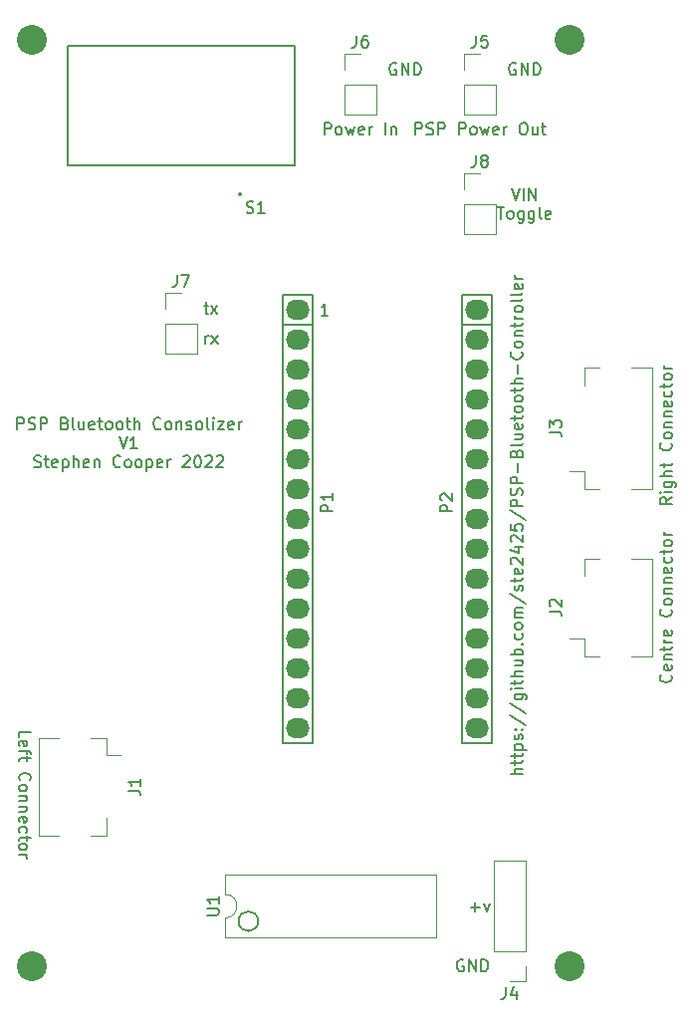
<source format=gbr>
%TF.GenerationSoftware,KiCad,Pcbnew,(6.0.1)*%
%TF.CreationDate,2022-06-06T15:56:05+01:00*%
%TF.ProjectId,psp-bluetooth,7073702d-626c-4756-9574-6f6f74682e6b,rev?*%
%TF.SameCoordinates,Original*%
%TF.FileFunction,Legend,Top*%
%TF.FilePolarity,Positive*%
%FSLAX46Y46*%
G04 Gerber Fmt 4.6, Leading zero omitted, Abs format (unit mm)*
G04 Created by KiCad (PCBNEW (6.0.1)) date 2022-06-06 15:56:05*
%MOMM*%
%LPD*%
G01*
G04 APERTURE LIST*
%ADD10C,0.150000*%
%ADD11C,0.127000*%
%ADD12C,0.200000*%
%ADD13C,0.120000*%
%ADD14O,2.032000X1.727200*%
%ADD15C,2.540000*%
G04 APERTURE END LIST*
D10*
X136091809Y-123190000D02*
G75*
G03*
X136091809Y-123190000I-836809J0D01*
G01*
X141732380Y-56332380D02*
X141732380Y-55332380D01*
X142113333Y-55332380D01*
X142208571Y-55380000D01*
X142256190Y-55427619D01*
X142303809Y-55522857D01*
X142303809Y-55665714D01*
X142256190Y-55760952D01*
X142208571Y-55808571D01*
X142113333Y-55856190D01*
X141732380Y-55856190D01*
X142875238Y-56332380D02*
X142780000Y-56284761D01*
X142732380Y-56237142D01*
X142684761Y-56141904D01*
X142684761Y-55856190D01*
X142732380Y-55760952D01*
X142780000Y-55713333D01*
X142875238Y-55665714D01*
X143018095Y-55665714D01*
X143113333Y-55713333D01*
X143160952Y-55760952D01*
X143208571Y-55856190D01*
X143208571Y-56141904D01*
X143160952Y-56237142D01*
X143113333Y-56284761D01*
X143018095Y-56332380D01*
X142875238Y-56332380D01*
X143541904Y-55665714D02*
X143732380Y-56332380D01*
X143922857Y-55856190D01*
X144113333Y-56332380D01*
X144303809Y-55665714D01*
X145065714Y-56284761D02*
X144970476Y-56332380D01*
X144780000Y-56332380D01*
X144684761Y-56284761D01*
X144637142Y-56189523D01*
X144637142Y-55808571D01*
X144684761Y-55713333D01*
X144780000Y-55665714D01*
X144970476Y-55665714D01*
X145065714Y-55713333D01*
X145113333Y-55808571D01*
X145113333Y-55903809D01*
X144637142Y-55999047D01*
X145541904Y-56332380D02*
X145541904Y-55665714D01*
X145541904Y-55856190D02*
X145589523Y-55760952D01*
X145637142Y-55713333D01*
X145732380Y-55665714D01*
X145827619Y-55665714D01*
X146922857Y-56332380D02*
X146922857Y-55332380D01*
X147399047Y-55665714D02*
X147399047Y-56332380D01*
X147399047Y-55760952D02*
X147446666Y-55713333D01*
X147541904Y-55665714D01*
X147684761Y-55665714D01*
X147780000Y-55713333D01*
X147827619Y-55808571D01*
X147827619Y-56332380D01*
X131603809Y-74112380D02*
X131603809Y-73445714D01*
X131603809Y-73636190D02*
X131651428Y-73540952D01*
X131699047Y-73493333D01*
X131794285Y-73445714D01*
X131889523Y-73445714D01*
X132127619Y-74112380D02*
X132651428Y-73445714D01*
X132127619Y-73445714D02*
X132651428Y-74112380D01*
X154178095Y-121991428D02*
X154940000Y-121991428D01*
X154559047Y-122372380D02*
X154559047Y-121610476D01*
X155320952Y-121705714D02*
X155559047Y-122372380D01*
X155797142Y-121705714D01*
X131484761Y-70905714D02*
X131865714Y-70905714D01*
X131627619Y-70572380D02*
X131627619Y-71429523D01*
X131675238Y-71524761D01*
X131770476Y-71572380D01*
X131865714Y-71572380D01*
X132103809Y-71572380D02*
X132627619Y-70905714D01*
X132103809Y-70905714D02*
X132627619Y-71572380D01*
X153543095Y-126500000D02*
X153447857Y-126452380D01*
X153305000Y-126452380D01*
X153162142Y-126500000D01*
X153066904Y-126595238D01*
X153019285Y-126690476D01*
X152971666Y-126880952D01*
X152971666Y-127023809D01*
X153019285Y-127214285D01*
X153066904Y-127309523D01*
X153162142Y-127404761D01*
X153305000Y-127452380D01*
X153400238Y-127452380D01*
X153543095Y-127404761D01*
X153590714Y-127357142D01*
X153590714Y-127023809D01*
X153400238Y-127023809D01*
X154019285Y-127452380D02*
X154019285Y-126452380D01*
X154590714Y-127452380D01*
X154590714Y-126452380D01*
X155066904Y-127452380D02*
X155066904Y-126452380D01*
X155305000Y-126452380D01*
X155447857Y-126500000D01*
X155543095Y-126595238D01*
X155590714Y-126690476D01*
X155638333Y-126880952D01*
X155638333Y-127023809D01*
X155590714Y-127214285D01*
X155543095Y-127309523D01*
X155447857Y-127404761D01*
X155305000Y-127452380D01*
X155066904Y-127452380D01*
X171172142Y-102258095D02*
X171219761Y-102305714D01*
X171267380Y-102448571D01*
X171267380Y-102543809D01*
X171219761Y-102686666D01*
X171124523Y-102781904D01*
X171029285Y-102829523D01*
X170838809Y-102877142D01*
X170695952Y-102877142D01*
X170505476Y-102829523D01*
X170410238Y-102781904D01*
X170315000Y-102686666D01*
X170267380Y-102543809D01*
X170267380Y-102448571D01*
X170315000Y-102305714D01*
X170362619Y-102258095D01*
X171219761Y-101448571D02*
X171267380Y-101543809D01*
X171267380Y-101734285D01*
X171219761Y-101829523D01*
X171124523Y-101877142D01*
X170743571Y-101877142D01*
X170648333Y-101829523D01*
X170600714Y-101734285D01*
X170600714Y-101543809D01*
X170648333Y-101448571D01*
X170743571Y-101400952D01*
X170838809Y-101400952D01*
X170934047Y-101877142D01*
X170600714Y-100972380D02*
X171267380Y-100972380D01*
X170695952Y-100972380D02*
X170648333Y-100924761D01*
X170600714Y-100829523D01*
X170600714Y-100686666D01*
X170648333Y-100591428D01*
X170743571Y-100543809D01*
X171267380Y-100543809D01*
X170600714Y-100210476D02*
X170600714Y-99829523D01*
X170267380Y-100067619D02*
X171124523Y-100067619D01*
X171219761Y-100020000D01*
X171267380Y-99924761D01*
X171267380Y-99829523D01*
X171267380Y-99496190D02*
X170600714Y-99496190D01*
X170791190Y-99496190D02*
X170695952Y-99448571D01*
X170648333Y-99400952D01*
X170600714Y-99305714D01*
X170600714Y-99210476D01*
X171219761Y-98496190D02*
X171267380Y-98591428D01*
X171267380Y-98781904D01*
X171219761Y-98877142D01*
X171124523Y-98924761D01*
X170743571Y-98924761D01*
X170648333Y-98877142D01*
X170600714Y-98781904D01*
X170600714Y-98591428D01*
X170648333Y-98496190D01*
X170743571Y-98448571D01*
X170838809Y-98448571D01*
X170934047Y-98924761D01*
X171172142Y-96686666D02*
X171219761Y-96734285D01*
X171267380Y-96877142D01*
X171267380Y-96972380D01*
X171219761Y-97115238D01*
X171124523Y-97210476D01*
X171029285Y-97258095D01*
X170838809Y-97305714D01*
X170695952Y-97305714D01*
X170505476Y-97258095D01*
X170410238Y-97210476D01*
X170315000Y-97115238D01*
X170267380Y-96972380D01*
X170267380Y-96877142D01*
X170315000Y-96734285D01*
X170362619Y-96686666D01*
X171267380Y-96115238D02*
X171219761Y-96210476D01*
X171172142Y-96258095D01*
X171076904Y-96305714D01*
X170791190Y-96305714D01*
X170695952Y-96258095D01*
X170648333Y-96210476D01*
X170600714Y-96115238D01*
X170600714Y-95972380D01*
X170648333Y-95877142D01*
X170695952Y-95829523D01*
X170791190Y-95781904D01*
X171076904Y-95781904D01*
X171172142Y-95829523D01*
X171219761Y-95877142D01*
X171267380Y-95972380D01*
X171267380Y-96115238D01*
X170600714Y-95353333D02*
X171267380Y-95353333D01*
X170695952Y-95353333D02*
X170648333Y-95305714D01*
X170600714Y-95210476D01*
X170600714Y-95067619D01*
X170648333Y-94972380D01*
X170743571Y-94924761D01*
X171267380Y-94924761D01*
X170600714Y-94448571D02*
X171267380Y-94448571D01*
X170695952Y-94448571D02*
X170648333Y-94400952D01*
X170600714Y-94305714D01*
X170600714Y-94162857D01*
X170648333Y-94067619D01*
X170743571Y-94020000D01*
X171267380Y-94020000D01*
X171219761Y-93162857D02*
X171267380Y-93258095D01*
X171267380Y-93448571D01*
X171219761Y-93543809D01*
X171124523Y-93591428D01*
X170743571Y-93591428D01*
X170648333Y-93543809D01*
X170600714Y-93448571D01*
X170600714Y-93258095D01*
X170648333Y-93162857D01*
X170743571Y-93115238D01*
X170838809Y-93115238D01*
X170934047Y-93591428D01*
X171219761Y-92258095D02*
X171267380Y-92353333D01*
X171267380Y-92543809D01*
X171219761Y-92639047D01*
X171172142Y-92686666D01*
X171076904Y-92734285D01*
X170791190Y-92734285D01*
X170695952Y-92686666D01*
X170648333Y-92639047D01*
X170600714Y-92543809D01*
X170600714Y-92353333D01*
X170648333Y-92258095D01*
X170600714Y-91972380D02*
X170600714Y-91591428D01*
X170267380Y-91829523D02*
X171124523Y-91829523D01*
X171219761Y-91781904D01*
X171267380Y-91686666D01*
X171267380Y-91591428D01*
X171267380Y-91115238D02*
X171219761Y-91210476D01*
X171172142Y-91258095D01*
X171076904Y-91305714D01*
X170791190Y-91305714D01*
X170695952Y-91258095D01*
X170648333Y-91210476D01*
X170600714Y-91115238D01*
X170600714Y-90972380D01*
X170648333Y-90877142D01*
X170695952Y-90829523D01*
X170791190Y-90781904D01*
X171076904Y-90781904D01*
X171172142Y-90829523D01*
X171219761Y-90877142D01*
X171267380Y-90972380D01*
X171267380Y-91115238D01*
X171267380Y-90353333D02*
X170600714Y-90353333D01*
X170791190Y-90353333D02*
X170695952Y-90305714D01*
X170648333Y-90258095D01*
X170600714Y-90162857D01*
X170600714Y-90067619D01*
X157988095Y-50300000D02*
X157892857Y-50252380D01*
X157750000Y-50252380D01*
X157607142Y-50300000D01*
X157511904Y-50395238D01*
X157464285Y-50490476D01*
X157416666Y-50680952D01*
X157416666Y-50823809D01*
X157464285Y-51014285D01*
X157511904Y-51109523D01*
X157607142Y-51204761D01*
X157750000Y-51252380D01*
X157845238Y-51252380D01*
X157988095Y-51204761D01*
X158035714Y-51157142D01*
X158035714Y-50823809D01*
X157845238Y-50823809D01*
X158464285Y-51252380D02*
X158464285Y-50252380D01*
X159035714Y-51252380D01*
X159035714Y-50252380D01*
X159511904Y-51252380D02*
X159511904Y-50252380D01*
X159750000Y-50252380D01*
X159892857Y-50300000D01*
X159988095Y-50395238D01*
X160035714Y-50490476D01*
X160083333Y-50680952D01*
X160083333Y-50823809D01*
X160035714Y-51014285D01*
X159988095Y-51109523D01*
X159892857Y-51204761D01*
X159750000Y-51252380D01*
X159511904Y-51252380D01*
X147828095Y-50300000D02*
X147732857Y-50252380D01*
X147590000Y-50252380D01*
X147447142Y-50300000D01*
X147351904Y-50395238D01*
X147304285Y-50490476D01*
X147256666Y-50680952D01*
X147256666Y-50823809D01*
X147304285Y-51014285D01*
X147351904Y-51109523D01*
X147447142Y-51204761D01*
X147590000Y-51252380D01*
X147685238Y-51252380D01*
X147828095Y-51204761D01*
X147875714Y-51157142D01*
X147875714Y-50823809D01*
X147685238Y-50823809D01*
X148304285Y-51252380D02*
X148304285Y-50252380D01*
X148875714Y-51252380D01*
X148875714Y-50252380D01*
X149351904Y-51252380D02*
X149351904Y-50252380D01*
X149590000Y-50252380D01*
X149732857Y-50300000D01*
X149828095Y-50395238D01*
X149875714Y-50490476D01*
X149923333Y-50680952D01*
X149923333Y-50823809D01*
X149875714Y-51014285D01*
X149828095Y-51109523D01*
X149732857Y-51204761D01*
X149590000Y-51252380D01*
X149351904Y-51252380D01*
X157654761Y-60877380D02*
X157988095Y-61877380D01*
X158321428Y-60877380D01*
X158654761Y-61877380D02*
X158654761Y-60877380D01*
X159130952Y-61877380D02*
X159130952Y-60877380D01*
X159702380Y-61877380D01*
X159702380Y-60877380D01*
X156416666Y-62487380D02*
X156988095Y-62487380D01*
X156702380Y-63487380D02*
X156702380Y-62487380D01*
X157464285Y-63487380D02*
X157369047Y-63439761D01*
X157321428Y-63392142D01*
X157273809Y-63296904D01*
X157273809Y-63011190D01*
X157321428Y-62915952D01*
X157369047Y-62868333D01*
X157464285Y-62820714D01*
X157607142Y-62820714D01*
X157702380Y-62868333D01*
X157750000Y-62915952D01*
X157797619Y-63011190D01*
X157797619Y-63296904D01*
X157750000Y-63392142D01*
X157702380Y-63439761D01*
X157607142Y-63487380D01*
X157464285Y-63487380D01*
X158654761Y-62820714D02*
X158654761Y-63630238D01*
X158607142Y-63725476D01*
X158559523Y-63773095D01*
X158464285Y-63820714D01*
X158321428Y-63820714D01*
X158226190Y-63773095D01*
X158654761Y-63439761D02*
X158559523Y-63487380D01*
X158369047Y-63487380D01*
X158273809Y-63439761D01*
X158226190Y-63392142D01*
X158178571Y-63296904D01*
X158178571Y-63011190D01*
X158226190Y-62915952D01*
X158273809Y-62868333D01*
X158369047Y-62820714D01*
X158559523Y-62820714D01*
X158654761Y-62868333D01*
X159559523Y-62820714D02*
X159559523Y-63630238D01*
X159511904Y-63725476D01*
X159464285Y-63773095D01*
X159369047Y-63820714D01*
X159226190Y-63820714D01*
X159130952Y-63773095D01*
X159559523Y-63439761D02*
X159464285Y-63487380D01*
X159273809Y-63487380D01*
X159178571Y-63439761D01*
X159130952Y-63392142D01*
X159083333Y-63296904D01*
X159083333Y-63011190D01*
X159130952Y-62915952D01*
X159178571Y-62868333D01*
X159273809Y-62820714D01*
X159464285Y-62820714D01*
X159559523Y-62868333D01*
X160178571Y-63487380D02*
X160083333Y-63439761D01*
X160035714Y-63344523D01*
X160035714Y-62487380D01*
X160940476Y-63439761D02*
X160845238Y-63487380D01*
X160654761Y-63487380D01*
X160559523Y-63439761D01*
X160511904Y-63344523D01*
X160511904Y-62963571D01*
X160559523Y-62868333D01*
X160654761Y-62820714D01*
X160845238Y-62820714D01*
X160940476Y-62868333D01*
X160988095Y-62963571D01*
X160988095Y-63058809D01*
X160511904Y-63154047D01*
X158567380Y-110654047D02*
X157567380Y-110654047D01*
X158567380Y-110225476D02*
X158043571Y-110225476D01*
X157948333Y-110273095D01*
X157900714Y-110368333D01*
X157900714Y-110511190D01*
X157948333Y-110606428D01*
X157995952Y-110654047D01*
X157900714Y-109892142D02*
X157900714Y-109511190D01*
X157567380Y-109749285D02*
X158424523Y-109749285D01*
X158519761Y-109701666D01*
X158567380Y-109606428D01*
X158567380Y-109511190D01*
X157900714Y-109320714D02*
X157900714Y-108939761D01*
X157567380Y-109177857D02*
X158424523Y-109177857D01*
X158519761Y-109130238D01*
X158567380Y-109035000D01*
X158567380Y-108939761D01*
X157900714Y-108606428D02*
X158900714Y-108606428D01*
X157948333Y-108606428D02*
X157900714Y-108511190D01*
X157900714Y-108320714D01*
X157948333Y-108225476D01*
X157995952Y-108177857D01*
X158091190Y-108130238D01*
X158376904Y-108130238D01*
X158472142Y-108177857D01*
X158519761Y-108225476D01*
X158567380Y-108320714D01*
X158567380Y-108511190D01*
X158519761Y-108606428D01*
X158519761Y-107749285D02*
X158567380Y-107654047D01*
X158567380Y-107463571D01*
X158519761Y-107368333D01*
X158424523Y-107320714D01*
X158376904Y-107320714D01*
X158281666Y-107368333D01*
X158234047Y-107463571D01*
X158234047Y-107606428D01*
X158186428Y-107701666D01*
X158091190Y-107749285D01*
X158043571Y-107749285D01*
X157948333Y-107701666D01*
X157900714Y-107606428D01*
X157900714Y-107463571D01*
X157948333Y-107368333D01*
X158472142Y-106892142D02*
X158519761Y-106844523D01*
X158567380Y-106892142D01*
X158519761Y-106939761D01*
X158472142Y-106892142D01*
X158567380Y-106892142D01*
X157948333Y-106892142D02*
X157995952Y-106844523D01*
X158043571Y-106892142D01*
X157995952Y-106939761D01*
X157948333Y-106892142D01*
X158043571Y-106892142D01*
X157519761Y-105701666D02*
X158805476Y-106558809D01*
X157519761Y-104654047D02*
X158805476Y-105511190D01*
X157900714Y-103892142D02*
X158710238Y-103892142D01*
X158805476Y-103939761D01*
X158853095Y-103987380D01*
X158900714Y-104082619D01*
X158900714Y-104225476D01*
X158853095Y-104320714D01*
X158519761Y-103892142D02*
X158567380Y-103987380D01*
X158567380Y-104177857D01*
X158519761Y-104273095D01*
X158472142Y-104320714D01*
X158376904Y-104368333D01*
X158091190Y-104368333D01*
X157995952Y-104320714D01*
X157948333Y-104273095D01*
X157900714Y-104177857D01*
X157900714Y-103987380D01*
X157948333Y-103892142D01*
X158567380Y-103415952D02*
X157900714Y-103415952D01*
X157567380Y-103415952D02*
X157615000Y-103463571D01*
X157662619Y-103415952D01*
X157615000Y-103368333D01*
X157567380Y-103415952D01*
X157662619Y-103415952D01*
X157900714Y-103082619D02*
X157900714Y-102701666D01*
X157567380Y-102939761D02*
X158424523Y-102939761D01*
X158519761Y-102892142D01*
X158567380Y-102796904D01*
X158567380Y-102701666D01*
X158567380Y-102368333D02*
X157567380Y-102368333D01*
X158567380Y-101939761D02*
X158043571Y-101939761D01*
X157948333Y-101987380D01*
X157900714Y-102082619D01*
X157900714Y-102225476D01*
X157948333Y-102320714D01*
X157995952Y-102368333D01*
X157900714Y-101035000D02*
X158567380Y-101035000D01*
X157900714Y-101463571D02*
X158424523Y-101463571D01*
X158519761Y-101415952D01*
X158567380Y-101320714D01*
X158567380Y-101177857D01*
X158519761Y-101082619D01*
X158472142Y-101035000D01*
X158567380Y-100558809D02*
X157567380Y-100558809D01*
X157948333Y-100558809D02*
X157900714Y-100463571D01*
X157900714Y-100273095D01*
X157948333Y-100177857D01*
X157995952Y-100130238D01*
X158091190Y-100082619D01*
X158376904Y-100082619D01*
X158472142Y-100130238D01*
X158519761Y-100177857D01*
X158567380Y-100273095D01*
X158567380Y-100463571D01*
X158519761Y-100558809D01*
X158472142Y-99654047D02*
X158519761Y-99606428D01*
X158567380Y-99654047D01*
X158519761Y-99701666D01*
X158472142Y-99654047D01*
X158567380Y-99654047D01*
X158519761Y-98749285D02*
X158567380Y-98844523D01*
X158567380Y-99035000D01*
X158519761Y-99130238D01*
X158472142Y-99177857D01*
X158376904Y-99225476D01*
X158091190Y-99225476D01*
X157995952Y-99177857D01*
X157948333Y-99130238D01*
X157900714Y-99035000D01*
X157900714Y-98844523D01*
X157948333Y-98749285D01*
X158567380Y-98177857D02*
X158519761Y-98273095D01*
X158472142Y-98320714D01*
X158376904Y-98368333D01*
X158091190Y-98368333D01*
X157995952Y-98320714D01*
X157948333Y-98273095D01*
X157900714Y-98177857D01*
X157900714Y-98035000D01*
X157948333Y-97939761D01*
X157995952Y-97892142D01*
X158091190Y-97844523D01*
X158376904Y-97844523D01*
X158472142Y-97892142D01*
X158519761Y-97939761D01*
X158567380Y-98035000D01*
X158567380Y-98177857D01*
X158567380Y-97415952D02*
X157900714Y-97415952D01*
X157995952Y-97415952D02*
X157948333Y-97368333D01*
X157900714Y-97273095D01*
X157900714Y-97130238D01*
X157948333Y-97035000D01*
X158043571Y-96987380D01*
X158567380Y-96987380D01*
X158043571Y-96987380D02*
X157948333Y-96939761D01*
X157900714Y-96844523D01*
X157900714Y-96701666D01*
X157948333Y-96606428D01*
X158043571Y-96558809D01*
X158567380Y-96558809D01*
X157519761Y-95368333D02*
X158805476Y-96225476D01*
X158519761Y-95082619D02*
X158567380Y-94987380D01*
X158567380Y-94796904D01*
X158519761Y-94701666D01*
X158424523Y-94654047D01*
X158376904Y-94654047D01*
X158281666Y-94701666D01*
X158234047Y-94796904D01*
X158234047Y-94939761D01*
X158186428Y-95035000D01*
X158091190Y-95082619D01*
X158043571Y-95082619D01*
X157948333Y-95035000D01*
X157900714Y-94939761D01*
X157900714Y-94796904D01*
X157948333Y-94701666D01*
X157900714Y-94368333D02*
X157900714Y-93987380D01*
X157567380Y-94225476D02*
X158424523Y-94225476D01*
X158519761Y-94177857D01*
X158567380Y-94082619D01*
X158567380Y-93987380D01*
X158519761Y-93273095D02*
X158567380Y-93368333D01*
X158567380Y-93558809D01*
X158519761Y-93654047D01*
X158424523Y-93701666D01*
X158043571Y-93701666D01*
X157948333Y-93654047D01*
X157900714Y-93558809D01*
X157900714Y-93368333D01*
X157948333Y-93273095D01*
X158043571Y-93225476D01*
X158138809Y-93225476D01*
X158234047Y-93701666D01*
X157662619Y-92844523D02*
X157615000Y-92796904D01*
X157567380Y-92701666D01*
X157567380Y-92463571D01*
X157615000Y-92368333D01*
X157662619Y-92320714D01*
X157757857Y-92273095D01*
X157853095Y-92273095D01*
X157995952Y-92320714D01*
X158567380Y-92892142D01*
X158567380Y-92273095D01*
X157900714Y-91415952D02*
X158567380Y-91415952D01*
X157519761Y-91654047D02*
X158234047Y-91892142D01*
X158234047Y-91273095D01*
X157662619Y-90939761D02*
X157615000Y-90892142D01*
X157567380Y-90796904D01*
X157567380Y-90558809D01*
X157615000Y-90463571D01*
X157662619Y-90415952D01*
X157757857Y-90368333D01*
X157853095Y-90368333D01*
X157995952Y-90415952D01*
X158567380Y-90987380D01*
X158567380Y-90368333D01*
X157567380Y-89463571D02*
X157567380Y-89939761D01*
X158043571Y-89987380D01*
X157995952Y-89939761D01*
X157948333Y-89844523D01*
X157948333Y-89606428D01*
X157995952Y-89511190D01*
X158043571Y-89463571D01*
X158138809Y-89415952D01*
X158376904Y-89415952D01*
X158472142Y-89463571D01*
X158519761Y-89511190D01*
X158567380Y-89606428D01*
X158567380Y-89844523D01*
X158519761Y-89939761D01*
X158472142Y-89987380D01*
X157519761Y-88273095D02*
X158805476Y-89130238D01*
X158567380Y-87939761D02*
X157567380Y-87939761D01*
X157567380Y-87558809D01*
X157615000Y-87463571D01*
X157662619Y-87415952D01*
X157757857Y-87368333D01*
X157900714Y-87368333D01*
X157995952Y-87415952D01*
X158043571Y-87463571D01*
X158091190Y-87558809D01*
X158091190Y-87939761D01*
X158519761Y-86987380D02*
X158567380Y-86844523D01*
X158567380Y-86606428D01*
X158519761Y-86511190D01*
X158472142Y-86463571D01*
X158376904Y-86415952D01*
X158281666Y-86415952D01*
X158186428Y-86463571D01*
X158138809Y-86511190D01*
X158091190Y-86606428D01*
X158043571Y-86796904D01*
X157995952Y-86892142D01*
X157948333Y-86939761D01*
X157853095Y-86987380D01*
X157757857Y-86987380D01*
X157662619Y-86939761D01*
X157615000Y-86892142D01*
X157567380Y-86796904D01*
X157567380Y-86558809D01*
X157615000Y-86415952D01*
X158567380Y-85987380D02*
X157567380Y-85987380D01*
X157567380Y-85606428D01*
X157615000Y-85511190D01*
X157662619Y-85463571D01*
X157757857Y-85415952D01*
X157900714Y-85415952D01*
X157995952Y-85463571D01*
X158043571Y-85511190D01*
X158091190Y-85606428D01*
X158091190Y-85987380D01*
X158186428Y-84987380D02*
X158186428Y-84225476D01*
X158043571Y-83415952D02*
X158091190Y-83273095D01*
X158138809Y-83225476D01*
X158234047Y-83177857D01*
X158376904Y-83177857D01*
X158472142Y-83225476D01*
X158519761Y-83273095D01*
X158567380Y-83368333D01*
X158567380Y-83749285D01*
X157567380Y-83749285D01*
X157567380Y-83415952D01*
X157615000Y-83320714D01*
X157662619Y-83273095D01*
X157757857Y-83225476D01*
X157853095Y-83225476D01*
X157948333Y-83273095D01*
X157995952Y-83320714D01*
X158043571Y-83415952D01*
X158043571Y-83749285D01*
X158567380Y-82606428D02*
X158519761Y-82701666D01*
X158424523Y-82749285D01*
X157567380Y-82749285D01*
X157900714Y-81796904D02*
X158567380Y-81796904D01*
X157900714Y-82225476D02*
X158424523Y-82225476D01*
X158519761Y-82177857D01*
X158567380Y-82082619D01*
X158567380Y-81939761D01*
X158519761Y-81844523D01*
X158472142Y-81796904D01*
X158519761Y-80939761D02*
X158567380Y-81035000D01*
X158567380Y-81225476D01*
X158519761Y-81320714D01*
X158424523Y-81368333D01*
X158043571Y-81368333D01*
X157948333Y-81320714D01*
X157900714Y-81225476D01*
X157900714Y-81035000D01*
X157948333Y-80939761D01*
X158043571Y-80892142D01*
X158138809Y-80892142D01*
X158234047Y-81368333D01*
X157900714Y-80606428D02*
X157900714Y-80225476D01*
X157567380Y-80463571D02*
X158424523Y-80463571D01*
X158519761Y-80415952D01*
X158567380Y-80320714D01*
X158567380Y-80225476D01*
X158567380Y-79749285D02*
X158519761Y-79844523D01*
X158472142Y-79892142D01*
X158376904Y-79939761D01*
X158091190Y-79939761D01*
X157995952Y-79892142D01*
X157948333Y-79844523D01*
X157900714Y-79749285D01*
X157900714Y-79606428D01*
X157948333Y-79511190D01*
X157995952Y-79463571D01*
X158091190Y-79415952D01*
X158376904Y-79415952D01*
X158472142Y-79463571D01*
X158519761Y-79511190D01*
X158567380Y-79606428D01*
X158567380Y-79749285D01*
X158567380Y-78844523D02*
X158519761Y-78939761D01*
X158472142Y-78987380D01*
X158376904Y-79035000D01*
X158091190Y-79035000D01*
X157995952Y-78987380D01*
X157948333Y-78939761D01*
X157900714Y-78844523D01*
X157900714Y-78701666D01*
X157948333Y-78606428D01*
X157995952Y-78558809D01*
X158091190Y-78511190D01*
X158376904Y-78511190D01*
X158472142Y-78558809D01*
X158519761Y-78606428D01*
X158567380Y-78701666D01*
X158567380Y-78844523D01*
X157900714Y-78225476D02*
X157900714Y-77844523D01*
X157567380Y-78082619D02*
X158424523Y-78082619D01*
X158519761Y-78035000D01*
X158567380Y-77939761D01*
X158567380Y-77844523D01*
X158567380Y-77511190D02*
X157567380Y-77511190D01*
X158567380Y-77082619D02*
X158043571Y-77082619D01*
X157948333Y-77130238D01*
X157900714Y-77225476D01*
X157900714Y-77368333D01*
X157948333Y-77463571D01*
X157995952Y-77511190D01*
X158186428Y-76606428D02*
X158186428Y-75844523D01*
X158472142Y-74796904D02*
X158519761Y-74844523D01*
X158567380Y-74987380D01*
X158567380Y-75082619D01*
X158519761Y-75225476D01*
X158424523Y-75320714D01*
X158329285Y-75368333D01*
X158138809Y-75415952D01*
X157995952Y-75415952D01*
X157805476Y-75368333D01*
X157710238Y-75320714D01*
X157615000Y-75225476D01*
X157567380Y-75082619D01*
X157567380Y-74987380D01*
X157615000Y-74844523D01*
X157662619Y-74796904D01*
X158567380Y-74225476D02*
X158519761Y-74320714D01*
X158472142Y-74368333D01*
X158376904Y-74415952D01*
X158091190Y-74415952D01*
X157995952Y-74368333D01*
X157948333Y-74320714D01*
X157900714Y-74225476D01*
X157900714Y-74082619D01*
X157948333Y-73987380D01*
X157995952Y-73939761D01*
X158091190Y-73892142D01*
X158376904Y-73892142D01*
X158472142Y-73939761D01*
X158519761Y-73987380D01*
X158567380Y-74082619D01*
X158567380Y-74225476D01*
X157900714Y-73463571D02*
X158567380Y-73463571D01*
X157995952Y-73463571D02*
X157948333Y-73415952D01*
X157900714Y-73320714D01*
X157900714Y-73177857D01*
X157948333Y-73082619D01*
X158043571Y-73035000D01*
X158567380Y-73035000D01*
X157900714Y-72701666D02*
X157900714Y-72320714D01*
X157567380Y-72558809D02*
X158424523Y-72558809D01*
X158519761Y-72511190D01*
X158567380Y-72415952D01*
X158567380Y-72320714D01*
X158567380Y-71987380D02*
X157900714Y-71987380D01*
X158091190Y-71987380D02*
X157995952Y-71939761D01*
X157948333Y-71892142D01*
X157900714Y-71796904D01*
X157900714Y-71701666D01*
X158567380Y-71225476D02*
X158519761Y-71320714D01*
X158472142Y-71368333D01*
X158376904Y-71415952D01*
X158091190Y-71415952D01*
X157995952Y-71368333D01*
X157948333Y-71320714D01*
X157900714Y-71225476D01*
X157900714Y-71082619D01*
X157948333Y-70987380D01*
X157995952Y-70939761D01*
X158091190Y-70892142D01*
X158376904Y-70892142D01*
X158472142Y-70939761D01*
X158519761Y-70987380D01*
X158567380Y-71082619D01*
X158567380Y-71225476D01*
X158567380Y-70320714D02*
X158519761Y-70415952D01*
X158424523Y-70463571D01*
X157567380Y-70463571D01*
X158567380Y-69796904D02*
X158519761Y-69892142D01*
X158424523Y-69939761D01*
X157567380Y-69939761D01*
X158519761Y-69035000D02*
X158567380Y-69130238D01*
X158567380Y-69320714D01*
X158519761Y-69415952D01*
X158424523Y-69463571D01*
X158043571Y-69463571D01*
X157948333Y-69415952D01*
X157900714Y-69320714D01*
X157900714Y-69130238D01*
X157948333Y-69035000D01*
X158043571Y-68987380D01*
X158138809Y-68987380D01*
X158234047Y-69463571D01*
X158567380Y-68558809D02*
X157900714Y-68558809D01*
X158091190Y-68558809D02*
X157995952Y-68511190D01*
X157948333Y-68463571D01*
X157900714Y-68368333D01*
X157900714Y-68273095D01*
X115618809Y-81392380D02*
X115618809Y-80392380D01*
X115999761Y-80392380D01*
X116095000Y-80440000D01*
X116142619Y-80487619D01*
X116190238Y-80582857D01*
X116190238Y-80725714D01*
X116142619Y-80820952D01*
X116095000Y-80868571D01*
X115999761Y-80916190D01*
X115618809Y-80916190D01*
X116571190Y-81344761D02*
X116714047Y-81392380D01*
X116952142Y-81392380D01*
X117047380Y-81344761D01*
X117095000Y-81297142D01*
X117142619Y-81201904D01*
X117142619Y-81106666D01*
X117095000Y-81011428D01*
X117047380Y-80963809D01*
X116952142Y-80916190D01*
X116761666Y-80868571D01*
X116666428Y-80820952D01*
X116618809Y-80773333D01*
X116571190Y-80678095D01*
X116571190Y-80582857D01*
X116618809Y-80487619D01*
X116666428Y-80440000D01*
X116761666Y-80392380D01*
X116999761Y-80392380D01*
X117142619Y-80440000D01*
X117571190Y-81392380D02*
X117571190Y-80392380D01*
X117952142Y-80392380D01*
X118047380Y-80440000D01*
X118095000Y-80487619D01*
X118142619Y-80582857D01*
X118142619Y-80725714D01*
X118095000Y-80820952D01*
X118047380Y-80868571D01*
X117952142Y-80916190D01*
X117571190Y-80916190D01*
X119666428Y-80868571D02*
X119809285Y-80916190D01*
X119856904Y-80963809D01*
X119904523Y-81059047D01*
X119904523Y-81201904D01*
X119856904Y-81297142D01*
X119809285Y-81344761D01*
X119714047Y-81392380D01*
X119333095Y-81392380D01*
X119333095Y-80392380D01*
X119666428Y-80392380D01*
X119761666Y-80440000D01*
X119809285Y-80487619D01*
X119856904Y-80582857D01*
X119856904Y-80678095D01*
X119809285Y-80773333D01*
X119761666Y-80820952D01*
X119666428Y-80868571D01*
X119333095Y-80868571D01*
X120475952Y-81392380D02*
X120380714Y-81344761D01*
X120333095Y-81249523D01*
X120333095Y-80392380D01*
X121285476Y-80725714D02*
X121285476Y-81392380D01*
X120856904Y-80725714D02*
X120856904Y-81249523D01*
X120904523Y-81344761D01*
X120999761Y-81392380D01*
X121142619Y-81392380D01*
X121237857Y-81344761D01*
X121285476Y-81297142D01*
X122142619Y-81344761D02*
X122047380Y-81392380D01*
X121856904Y-81392380D01*
X121761666Y-81344761D01*
X121714047Y-81249523D01*
X121714047Y-80868571D01*
X121761666Y-80773333D01*
X121856904Y-80725714D01*
X122047380Y-80725714D01*
X122142619Y-80773333D01*
X122190238Y-80868571D01*
X122190238Y-80963809D01*
X121714047Y-81059047D01*
X122475952Y-80725714D02*
X122856904Y-80725714D01*
X122618809Y-80392380D02*
X122618809Y-81249523D01*
X122666428Y-81344761D01*
X122761666Y-81392380D01*
X122856904Y-81392380D01*
X123333095Y-81392380D02*
X123237857Y-81344761D01*
X123190238Y-81297142D01*
X123142619Y-81201904D01*
X123142619Y-80916190D01*
X123190238Y-80820952D01*
X123237857Y-80773333D01*
X123333095Y-80725714D01*
X123475952Y-80725714D01*
X123571190Y-80773333D01*
X123618809Y-80820952D01*
X123666428Y-80916190D01*
X123666428Y-81201904D01*
X123618809Y-81297142D01*
X123571190Y-81344761D01*
X123475952Y-81392380D01*
X123333095Y-81392380D01*
X124237857Y-81392380D02*
X124142619Y-81344761D01*
X124095000Y-81297142D01*
X124047380Y-81201904D01*
X124047380Y-80916190D01*
X124095000Y-80820952D01*
X124142619Y-80773333D01*
X124237857Y-80725714D01*
X124380714Y-80725714D01*
X124475952Y-80773333D01*
X124523571Y-80820952D01*
X124571190Y-80916190D01*
X124571190Y-81201904D01*
X124523571Y-81297142D01*
X124475952Y-81344761D01*
X124380714Y-81392380D01*
X124237857Y-81392380D01*
X124856904Y-80725714D02*
X125237857Y-80725714D01*
X124999761Y-80392380D02*
X124999761Y-81249523D01*
X125047380Y-81344761D01*
X125142619Y-81392380D01*
X125237857Y-81392380D01*
X125571190Y-81392380D02*
X125571190Y-80392380D01*
X125999761Y-81392380D02*
X125999761Y-80868571D01*
X125952142Y-80773333D01*
X125856904Y-80725714D01*
X125714047Y-80725714D01*
X125618809Y-80773333D01*
X125571190Y-80820952D01*
X127809285Y-81297142D02*
X127761666Y-81344761D01*
X127618809Y-81392380D01*
X127523571Y-81392380D01*
X127380714Y-81344761D01*
X127285476Y-81249523D01*
X127237857Y-81154285D01*
X127190238Y-80963809D01*
X127190238Y-80820952D01*
X127237857Y-80630476D01*
X127285476Y-80535238D01*
X127380714Y-80440000D01*
X127523571Y-80392380D01*
X127618809Y-80392380D01*
X127761666Y-80440000D01*
X127809285Y-80487619D01*
X128380714Y-81392380D02*
X128285476Y-81344761D01*
X128237857Y-81297142D01*
X128190238Y-81201904D01*
X128190238Y-80916190D01*
X128237857Y-80820952D01*
X128285476Y-80773333D01*
X128380714Y-80725714D01*
X128523571Y-80725714D01*
X128618809Y-80773333D01*
X128666428Y-80820952D01*
X128714047Y-80916190D01*
X128714047Y-81201904D01*
X128666428Y-81297142D01*
X128618809Y-81344761D01*
X128523571Y-81392380D01*
X128380714Y-81392380D01*
X129142619Y-80725714D02*
X129142619Y-81392380D01*
X129142619Y-80820952D02*
X129190238Y-80773333D01*
X129285476Y-80725714D01*
X129428333Y-80725714D01*
X129523571Y-80773333D01*
X129571190Y-80868571D01*
X129571190Y-81392380D01*
X129999761Y-81344761D02*
X130095000Y-81392380D01*
X130285476Y-81392380D01*
X130380714Y-81344761D01*
X130428333Y-81249523D01*
X130428333Y-81201904D01*
X130380714Y-81106666D01*
X130285476Y-81059047D01*
X130142619Y-81059047D01*
X130047380Y-81011428D01*
X129999761Y-80916190D01*
X129999761Y-80868571D01*
X130047380Y-80773333D01*
X130142619Y-80725714D01*
X130285476Y-80725714D01*
X130380714Y-80773333D01*
X130999761Y-81392380D02*
X130904523Y-81344761D01*
X130856904Y-81297142D01*
X130809285Y-81201904D01*
X130809285Y-80916190D01*
X130856904Y-80820952D01*
X130904523Y-80773333D01*
X130999761Y-80725714D01*
X131142619Y-80725714D01*
X131237857Y-80773333D01*
X131285476Y-80820952D01*
X131333095Y-80916190D01*
X131333095Y-81201904D01*
X131285476Y-81297142D01*
X131237857Y-81344761D01*
X131142619Y-81392380D01*
X130999761Y-81392380D01*
X131904523Y-81392380D02*
X131809285Y-81344761D01*
X131761666Y-81249523D01*
X131761666Y-80392380D01*
X132285476Y-81392380D02*
X132285476Y-80725714D01*
X132285476Y-80392380D02*
X132237857Y-80440000D01*
X132285476Y-80487619D01*
X132333095Y-80440000D01*
X132285476Y-80392380D01*
X132285476Y-80487619D01*
X132666428Y-80725714D02*
X133190238Y-80725714D01*
X132666428Y-81392380D01*
X133190238Y-81392380D01*
X133952142Y-81344761D02*
X133856904Y-81392380D01*
X133666428Y-81392380D01*
X133571190Y-81344761D01*
X133523571Y-81249523D01*
X133523571Y-80868571D01*
X133571190Y-80773333D01*
X133666428Y-80725714D01*
X133856904Y-80725714D01*
X133952142Y-80773333D01*
X133999761Y-80868571D01*
X133999761Y-80963809D01*
X133523571Y-81059047D01*
X134428333Y-81392380D02*
X134428333Y-80725714D01*
X134428333Y-80916190D02*
X134475952Y-80820952D01*
X134523571Y-80773333D01*
X134618809Y-80725714D01*
X134714047Y-80725714D01*
X124285476Y-82002380D02*
X124618809Y-83002380D01*
X124952142Y-82002380D01*
X125809285Y-83002380D02*
X125237857Y-83002380D01*
X125523571Y-83002380D02*
X125523571Y-82002380D01*
X125428333Y-82145238D01*
X125333095Y-82240476D01*
X125237857Y-82288095D01*
X117047380Y-84564761D02*
X117190238Y-84612380D01*
X117428333Y-84612380D01*
X117523571Y-84564761D01*
X117571190Y-84517142D01*
X117618809Y-84421904D01*
X117618809Y-84326666D01*
X117571190Y-84231428D01*
X117523571Y-84183809D01*
X117428333Y-84136190D01*
X117237857Y-84088571D01*
X117142619Y-84040952D01*
X117095000Y-83993333D01*
X117047380Y-83898095D01*
X117047380Y-83802857D01*
X117095000Y-83707619D01*
X117142619Y-83660000D01*
X117237857Y-83612380D01*
X117475952Y-83612380D01*
X117618809Y-83660000D01*
X117904523Y-83945714D02*
X118285476Y-83945714D01*
X118047380Y-83612380D02*
X118047380Y-84469523D01*
X118095000Y-84564761D01*
X118190238Y-84612380D01*
X118285476Y-84612380D01*
X118999761Y-84564761D02*
X118904523Y-84612380D01*
X118714047Y-84612380D01*
X118618809Y-84564761D01*
X118571190Y-84469523D01*
X118571190Y-84088571D01*
X118618809Y-83993333D01*
X118714047Y-83945714D01*
X118904523Y-83945714D01*
X118999761Y-83993333D01*
X119047380Y-84088571D01*
X119047380Y-84183809D01*
X118571190Y-84279047D01*
X119475952Y-83945714D02*
X119475952Y-84945714D01*
X119475952Y-83993333D02*
X119571190Y-83945714D01*
X119761666Y-83945714D01*
X119856904Y-83993333D01*
X119904523Y-84040952D01*
X119952142Y-84136190D01*
X119952142Y-84421904D01*
X119904523Y-84517142D01*
X119856904Y-84564761D01*
X119761666Y-84612380D01*
X119571190Y-84612380D01*
X119475952Y-84564761D01*
X120380714Y-84612380D02*
X120380714Y-83612380D01*
X120809285Y-84612380D02*
X120809285Y-84088571D01*
X120761666Y-83993333D01*
X120666428Y-83945714D01*
X120523571Y-83945714D01*
X120428333Y-83993333D01*
X120380714Y-84040952D01*
X121666428Y-84564761D02*
X121571190Y-84612380D01*
X121380714Y-84612380D01*
X121285476Y-84564761D01*
X121237857Y-84469523D01*
X121237857Y-84088571D01*
X121285476Y-83993333D01*
X121380714Y-83945714D01*
X121571190Y-83945714D01*
X121666428Y-83993333D01*
X121714047Y-84088571D01*
X121714047Y-84183809D01*
X121237857Y-84279047D01*
X122142619Y-83945714D02*
X122142619Y-84612380D01*
X122142619Y-84040952D02*
X122190238Y-83993333D01*
X122285476Y-83945714D01*
X122428333Y-83945714D01*
X122523571Y-83993333D01*
X122571190Y-84088571D01*
X122571190Y-84612380D01*
X124380714Y-84517142D02*
X124333095Y-84564761D01*
X124190238Y-84612380D01*
X124095000Y-84612380D01*
X123952142Y-84564761D01*
X123856904Y-84469523D01*
X123809285Y-84374285D01*
X123761666Y-84183809D01*
X123761666Y-84040952D01*
X123809285Y-83850476D01*
X123856904Y-83755238D01*
X123952142Y-83660000D01*
X124095000Y-83612380D01*
X124190238Y-83612380D01*
X124333095Y-83660000D01*
X124380714Y-83707619D01*
X124952142Y-84612380D02*
X124856904Y-84564761D01*
X124809285Y-84517142D01*
X124761666Y-84421904D01*
X124761666Y-84136190D01*
X124809285Y-84040952D01*
X124856904Y-83993333D01*
X124952142Y-83945714D01*
X125095000Y-83945714D01*
X125190238Y-83993333D01*
X125237857Y-84040952D01*
X125285476Y-84136190D01*
X125285476Y-84421904D01*
X125237857Y-84517142D01*
X125190238Y-84564761D01*
X125095000Y-84612380D01*
X124952142Y-84612380D01*
X125856904Y-84612380D02*
X125761666Y-84564761D01*
X125714047Y-84517142D01*
X125666428Y-84421904D01*
X125666428Y-84136190D01*
X125714047Y-84040952D01*
X125761666Y-83993333D01*
X125856904Y-83945714D01*
X125999761Y-83945714D01*
X126095000Y-83993333D01*
X126142619Y-84040952D01*
X126190238Y-84136190D01*
X126190238Y-84421904D01*
X126142619Y-84517142D01*
X126095000Y-84564761D01*
X125999761Y-84612380D01*
X125856904Y-84612380D01*
X126618809Y-83945714D02*
X126618809Y-84945714D01*
X126618809Y-83993333D02*
X126714047Y-83945714D01*
X126904523Y-83945714D01*
X126999761Y-83993333D01*
X127047380Y-84040952D01*
X127095000Y-84136190D01*
X127095000Y-84421904D01*
X127047380Y-84517142D01*
X126999761Y-84564761D01*
X126904523Y-84612380D01*
X126714047Y-84612380D01*
X126618809Y-84564761D01*
X127904523Y-84564761D02*
X127809285Y-84612380D01*
X127618809Y-84612380D01*
X127523571Y-84564761D01*
X127475952Y-84469523D01*
X127475952Y-84088571D01*
X127523571Y-83993333D01*
X127618809Y-83945714D01*
X127809285Y-83945714D01*
X127904523Y-83993333D01*
X127952142Y-84088571D01*
X127952142Y-84183809D01*
X127475952Y-84279047D01*
X128380714Y-84612380D02*
X128380714Y-83945714D01*
X128380714Y-84136190D02*
X128428333Y-84040952D01*
X128475952Y-83993333D01*
X128571190Y-83945714D01*
X128666428Y-83945714D01*
X129714047Y-83707619D02*
X129761666Y-83660000D01*
X129856904Y-83612380D01*
X130095000Y-83612380D01*
X130190238Y-83660000D01*
X130237857Y-83707619D01*
X130285476Y-83802857D01*
X130285476Y-83898095D01*
X130237857Y-84040952D01*
X129666428Y-84612380D01*
X130285476Y-84612380D01*
X130904523Y-83612380D02*
X130999761Y-83612380D01*
X131095000Y-83660000D01*
X131142619Y-83707619D01*
X131190238Y-83802857D01*
X131237857Y-83993333D01*
X131237857Y-84231428D01*
X131190238Y-84421904D01*
X131142619Y-84517142D01*
X131095000Y-84564761D01*
X130999761Y-84612380D01*
X130904523Y-84612380D01*
X130809285Y-84564761D01*
X130761666Y-84517142D01*
X130714047Y-84421904D01*
X130666428Y-84231428D01*
X130666428Y-83993333D01*
X130714047Y-83802857D01*
X130761666Y-83707619D01*
X130809285Y-83660000D01*
X130904523Y-83612380D01*
X131618809Y-83707619D02*
X131666428Y-83660000D01*
X131761666Y-83612380D01*
X131999761Y-83612380D01*
X132095000Y-83660000D01*
X132142619Y-83707619D01*
X132190238Y-83802857D01*
X132190238Y-83898095D01*
X132142619Y-84040952D01*
X131571190Y-84612380D01*
X132190238Y-84612380D01*
X132571190Y-83707619D02*
X132618809Y-83660000D01*
X132714047Y-83612380D01*
X132952142Y-83612380D01*
X133047380Y-83660000D01*
X133095000Y-83707619D01*
X133142619Y-83802857D01*
X133142619Y-83898095D01*
X133095000Y-84040952D01*
X132523571Y-84612380D01*
X133142619Y-84612380D01*
X142017714Y-71699380D02*
X141446285Y-71699380D01*
X141732000Y-71699380D02*
X141732000Y-70699380D01*
X141636761Y-70842238D01*
X141541523Y-70937476D01*
X141446285Y-70985095D01*
X115752619Y-107561666D02*
X115752619Y-107085476D01*
X116752619Y-107085476D01*
X115800238Y-108275952D02*
X115752619Y-108180714D01*
X115752619Y-107990238D01*
X115800238Y-107895000D01*
X115895476Y-107847380D01*
X116276428Y-107847380D01*
X116371666Y-107895000D01*
X116419285Y-107990238D01*
X116419285Y-108180714D01*
X116371666Y-108275952D01*
X116276428Y-108323571D01*
X116181190Y-108323571D01*
X116085952Y-107847380D01*
X116419285Y-108609285D02*
X116419285Y-108990238D01*
X115752619Y-108752142D02*
X116609761Y-108752142D01*
X116705000Y-108799761D01*
X116752619Y-108895000D01*
X116752619Y-108990238D01*
X116419285Y-109180714D02*
X116419285Y-109561666D01*
X116752619Y-109323571D02*
X115895476Y-109323571D01*
X115800238Y-109371190D01*
X115752619Y-109466428D01*
X115752619Y-109561666D01*
X115847857Y-111228333D02*
X115800238Y-111180714D01*
X115752619Y-111037857D01*
X115752619Y-110942619D01*
X115800238Y-110799761D01*
X115895476Y-110704523D01*
X115990714Y-110656904D01*
X116181190Y-110609285D01*
X116324047Y-110609285D01*
X116514523Y-110656904D01*
X116609761Y-110704523D01*
X116705000Y-110799761D01*
X116752619Y-110942619D01*
X116752619Y-111037857D01*
X116705000Y-111180714D01*
X116657380Y-111228333D01*
X115752619Y-111799761D02*
X115800238Y-111704523D01*
X115847857Y-111656904D01*
X115943095Y-111609285D01*
X116228809Y-111609285D01*
X116324047Y-111656904D01*
X116371666Y-111704523D01*
X116419285Y-111799761D01*
X116419285Y-111942619D01*
X116371666Y-112037857D01*
X116324047Y-112085476D01*
X116228809Y-112133095D01*
X115943095Y-112133095D01*
X115847857Y-112085476D01*
X115800238Y-112037857D01*
X115752619Y-111942619D01*
X115752619Y-111799761D01*
X116419285Y-112561666D02*
X115752619Y-112561666D01*
X116324047Y-112561666D02*
X116371666Y-112609285D01*
X116419285Y-112704523D01*
X116419285Y-112847380D01*
X116371666Y-112942619D01*
X116276428Y-112990238D01*
X115752619Y-112990238D01*
X116419285Y-113466428D02*
X115752619Y-113466428D01*
X116324047Y-113466428D02*
X116371666Y-113514047D01*
X116419285Y-113609285D01*
X116419285Y-113752142D01*
X116371666Y-113847380D01*
X116276428Y-113895000D01*
X115752619Y-113895000D01*
X115800238Y-114752142D02*
X115752619Y-114656904D01*
X115752619Y-114466428D01*
X115800238Y-114371190D01*
X115895476Y-114323571D01*
X116276428Y-114323571D01*
X116371666Y-114371190D01*
X116419285Y-114466428D01*
X116419285Y-114656904D01*
X116371666Y-114752142D01*
X116276428Y-114799761D01*
X116181190Y-114799761D01*
X116085952Y-114323571D01*
X115800238Y-115656904D02*
X115752619Y-115561666D01*
X115752619Y-115371190D01*
X115800238Y-115275952D01*
X115847857Y-115228333D01*
X115943095Y-115180714D01*
X116228809Y-115180714D01*
X116324047Y-115228333D01*
X116371666Y-115275952D01*
X116419285Y-115371190D01*
X116419285Y-115561666D01*
X116371666Y-115656904D01*
X116419285Y-115942619D02*
X116419285Y-116323571D01*
X116752619Y-116085476D02*
X115895476Y-116085476D01*
X115800238Y-116133095D01*
X115752619Y-116228333D01*
X115752619Y-116323571D01*
X115752619Y-116799761D02*
X115800238Y-116704523D01*
X115847857Y-116656904D01*
X115943095Y-116609285D01*
X116228809Y-116609285D01*
X116324047Y-116656904D01*
X116371666Y-116704523D01*
X116419285Y-116799761D01*
X116419285Y-116942619D01*
X116371666Y-117037857D01*
X116324047Y-117085476D01*
X116228809Y-117133095D01*
X115943095Y-117133095D01*
X115847857Y-117085476D01*
X115800238Y-117037857D01*
X115752619Y-116942619D01*
X115752619Y-116799761D01*
X115752619Y-117561666D02*
X116419285Y-117561666D01*
X116228809Y-117561666D02*
X116324047Y-117609285D01*
X116371666Y-117656904D01*
X116419285Y-117752142D01*
X116419285Y-117847380D01*
X149463809Y-56332380D02*
X149463809Y-55332380D01*
X149844761Y-55332380D01*
X149940000Y-55380000D01*
X149987619Y-55427619D01*
X150035238Y-55522857D01*
X150035238Y-55665714D01*
X149987619Y-55760952D01*
X149940000Y-55808571D01*
X149844761Y-55856190D01*
X149463809Y-55856190D01*
X150416190Y-56284761D02*
X150559047Y-56332380D01*
X150797142Y-56332380D01*
X150892380Y-56284761D01*
X150940000Y-56237142D01*
X150987619Y-56141904D01*
X150987619Y-56046666D01*
X150940000Y-55951428D01*
X150892380Y-55903809D01*
X150797142Y-55856190D01*
X150606666Y-55808571D01*
X150511428Y-55760952D01*
X150463809Y-55713333D01*
X150416190Y-55618095D01*
X150416190Y-55522857D01*
X150463809Y-55427619D01*
X150511428Y-55380000D01*
X150606666Y-55332380D01*
X150844761Y-55332380D01*
X150987619Y-55380000D01*
X151416190Y-56332380D02*
X151416190Y-55332380D01*
X151797142Y-55332380D01*
X151892380Y-55380000D01*
X151940000Y-55427619D01*
X151987619Y-55522857D01*
X151987619Y-55665714D01*
X151940000Y-55760952D01*
X151892380Y-55808571D01*
X151797142Y-55856190D01*
X151416190Y-55856190D01*
X153178095Y-56332380D02*
X153178095Y-55332380D01*
X153559047Y-55332380D01*
X153654285Y-55380000D01*
X153701904Y-55427619D01*
X153749523Y-55522857D01*
X153749523Y-55665714D01*
X153701904Y-55760952D01*
X153654285Y-55808571D01*
X153559047Y-55856190D01*
X153178095Y-55856190D01*
X154320952Y-56332380D02*
X154225714Y-56284761D01*
X154178095Y-56237142D01*
X154130476Y-56141904D01*
X154130476Y-55856190D01*
X154178095Y-55760952D01*
X154225714Y-55713333D01*
X154320952Y-55665714D01*
X154463809Y-55665714D01*
X154559047Y-55713333D01*
X154606666Y-55760952D01*
X154654285Y-55856190D01*
X154654285Y-56141904D01*
X154606666Y-56237142D01*
X154559047Y-56284761D01*
X154463809Y-56332380D01*
X154320952Y-56332380D01*
X154987619Y-55665714D02*
X155178095Y-56332380D01*
X155368571Y-55856190D01*
X155559047Y-56332380D01*
X155749523Y-55665714D01*
X156511428Y-56284761D02*
X156416190Y-56332380D01*
X156225714Y-56332380D01*
X156130476Y-56284761D01*
X156082857Y-56189523D01*
X156082857Y-55808571D01*
X156130476Y-55713333D01*
X156225714Y-55665714D01*
X156416190Y-55665714D01*
X156511428Y-55713333D01*
X156559047Y-55808571D01*
X156559047Y-55903809D01*
X156082857Y-55999047D01*
X156987619Y-56332380D02*
X156987619Y-55665714D01*
X156987619Y-55856190D02*
X157035238Y-55760952D01*
X157082857Y-55713333D01*
X157178095Y-55665714D01*
X157273333Y-55665714D01*
X158559047Y-55332380D02*
X158749523Y-55332380D01*
X158844761Y-55380000D01*
X158940000Y-55475238D01*
X158987619Y-55665714D01*
X158987619Y-55999047D01*
X158940000Y-56189523D01*
X158844761Y-56284761D01*
X158749523Y-56332380D01*
X158559047Y-56332380D01*
X158463809Y-56284761D01*
X158368571Y-56189523D01*
X158320952Y-55999047D01*
X158320952Y-55665714D01*
X158368571Y-55475238D01*
X158463809Y-55380000D01*
X158559047Y-55332380D01*
X159844761Y-55665714D02*
X159844761Y-56332380D01*
X159416190Y-55665714D02*
X159416190Y-56189523D01*
X159463809Y-56284761D01*
X159559047Y-56332380D01*
X159701904Y-56332380D01*
X159797142Y-56284761D01*
X159844761Y-56237142D01*
X160178095Y-55665714D02*
X160559047Y-55665714D01*
X160320952Y-55332380D02*
X160320952Y-56189523D01*
X160368571Y-56284761D01*
X160463809Y-56332380D01*
X160559047Y-56332380D01*
X171267380Y-87176904D02*
X170791190Y-87510238D01*
X171267380Y-87748333D02*
X170267380Y-87748333D01*
X170267380Y-87367380D01*
X170315000Y-87272142D01*
X170362619Y-87224523D01*
X170457857Y-87176904D01*
X170600714Y-87176904D01*
X170695952Y-87224523D01*
X170743571Y-87272142D01*
X170791190Y-87367380D01*
X170791190Y-87748333D01*
X171267380Y-86748333D02*
X170600714Y-86748333D01*
X170267380Y-86748333D02*
X170315000Y-86795952D01*
X170362619Y-86748333D01*
X170315000Y-86700714D01*
X170267380Y-86748333D01*
X170362619Y-86748333D01*
X170600714Y-85843571D02*
X171410238Y-85843571D01*
X171505476Y-85891190D01*
X171553095Y-85938809D01*
X171600714Y-86034047D01*
X171600714Y-86176904D01*
X171553095Y-86272142D01*
X171219761Y-85843571D02*
X171267380Y-85938809D01*
X171267380Y-86129285D01*
X171219761Y-86224523D01*
X171172142Y-86272142D01*
X171076904Y-86319761D01*
X170791190Y-86319761D01*
X170695952Y-86272142D01*
X170648333Y-86224523D01*
X170600714Y-86129285D01*
X170600714Y-85938809D01*
X170648333Y-85843571D01*
X171267380Y-85367380D02*
X170267380Y-85367380D01*
X171267380Y-84938809D02*
X170743571Y-84938809D01*
X170648333Y-84986428D01*
X170600714Y-85081666D01*
X170600714Y-85224523D01*
X170648333Y-85319761D01*
X170695952Y-85367380D01*
X170600714Y-84605476D02*
X170600714Y-84224523D01*
X170267380Y-84462619D02*
X171124523Y-84462619D01*
X171219761Y-84415000D01*
X171267380Y-84319761D01*
X171267380Y-84224523D01*
X171172142Y-82557857D02*
X171219761Y-82605476D01*
X171267380Y-82748333D01*
X171267380Y-82843571D01*
X171219761Y-82986428D01*
X171124523Y-83081666D01*
X171029285Y-83129285D01*
X170838809Y-83176904D01*
X170695952Y-83176904D01*
X170505476Y-83129285D01*
X170410238Y-83081666D01*
X170315000Y-82986428D01*
X170267380Y-82843571D01*
X170267380Y-82748333D01*
X170315000Y-82605476D01*
X170362619Y-82557857D01*
X171267380Y-81986428D02*
X171219761Y-82081666D01*
X171172142Y-82129285D01*
X171076904Y-82176904D01*
X170791190Y-82176904D01*
X170695952Y-82129285D01*
X170648333Y-82081666D01*
X170600714Y-81986428D01*
X170600714Y-81843571D01*
X170648333Y-81748333D01*
X170695952Y-81700714D01*
X170791190Y-81653095D01*
X171076904Y-81653095D01*
X171172142Y-81700714D01*
X171219761Y-81748333D01*
X171267380Y-81843571D01*
X171267380Y-81986428D01*
X170600714Y-81224523D02*
X171267380Y-81224523D01*
X170695952Y-81224523D02*
X170648333Y-81176904D01*
X170600714Y-81081666D01*
X170600714Y-80938809D01*
X170648333Y-80843571D01*
X170743571Y-80795952D01*
X171267380Y-80795952D01*
X170600714Y-80319761D02*
X171267380Y-80319761D01*
X170695952Y-80319761D02*
X170648333Y-80272142D01*
X170600714Y-80176904D01*
X170600714Y-80034047D01*
X170648333Y-79938809D01*
X170743571Y-79891190D01*
X171267380Y-79891190D01*
X171219761Y-79034047D02*
X171267380Y-79129285D01*
X171267380Y-79319761D01*
X171219761Y-79415000D01*
X171124523Y-79462619D01*
X170743571Y-79462619D01*
X170648333Y-79415000D01*
X170600714Y-79319761D01*
X170600714Y-79129285D01*
X170648333Y-79034047D01*
X170743571Y-78986428D01*
X170838809Y-78986428D01*
X170934047Y-79462619D01*
X171219761Y-78129285D02*
X171267380Y-78224523D01*
X171267380Y-78415000D01*
X171219761Y-78510238D01*
X171172142Y-78557857D01*
X171076904Y-78605476D01*
X170791190Y-78605476D01*
X170695952Y-78557857D01*
X170648333Y-78510238D01*
X170600714Y-78415000D01*
X170600714Y-78224523D01*
X170648333Y-78129285D01*
X170600714Y-77843571D02*
X170600714Y-77462619D01*
X170267380Y-77700714D02*
X171124523Y-77700714D01*
X171219761Y-77653095D01*
X171267380Y-77557857D01*
X171267380Y-77462619D01*
X171267380Y-76986428D02*
X171219761Y-77081666D01*
X171172142Y-77129285D01*
X171076904Y-77176904D01*
X170791190Y-77176904D01*
X170695952Y-77129285D01*
X170648333Y-77081666D01*
X170600714Y-76986428D01*
X170600714Y-76843571D01*
X170648333Y-76748333D01*
X170695952Y-76700714D01*
X170791190Y-76653095D01*
X171076904Y-76653095D01*
X171172142Y-76700714D01*
X171219761Y-76748333D01*
X171267380Y-76843571D01*
X171267380Y-76986428D01*
X171267380Y-76224523D02*
X170600714Y-76224523D01*
X170791190Y-76224523D02*
X170695952Y-76176904D01*
X170648333Y-76129285D01*
X170600714Y-76034047D01*
X170600714Y-75938809D01*
%TO.C,P1*%
X142438380Y-88368095D02*
X141438380Y-88368095D01*
X141438380Y-87987142D01*
X141486000Y-87891904D01*
X141533619Y-87844285D01*
X141628857Y-87796666D01*
X141771714Y-87796666D01*
X141866952Y-87844285D01*
X141914571Y-87891904D01*
X141962190Y-87987142D01*
X141962190Y-88368095D01*
X142438380Y-86844285D02*
X142438380Y-87415714D01*
X142438380Y-87130000D02*
X141438380Y-87130000D01*
X141581238Y-87225238D01*
X141676476Y-87320476D01*
X141724095Y-87415714D01*
%TO.C,P2*%
X152598380Y-88368095D02*
X151598380Y-88368095D01*
X151598380Y-87987142D01*
X151646000Y-87891904D01*
X151693619Y-87844285D01*
X151788857Y-87796666D01*
X151931714Y-87796666D01*
X152026952Y-87844285D01*
X152074571Y-87891904D01*
X152122190Y-87987142D01*
X152122190Y-88368095D01*
X151693619Y-87415714D02*
X151646000Y-87368095D01*
X151598380Y-87272857D01*
X151598380Y-87034761D01*
X151646000Y-86939523D01*
X151693619Y-86891904D01*
X151788857Y-86844285D01*
X151884095Y-86844285D01*
X152026952Y-86891904D01*
X152598380Y-87463333D01*
X152598380Y-86844285D01*
%TO.C,S1*%
X135103095Y-62942261D02*
X135245952Y-62989880D01*
X135484047Y-62989880D01*
X135579285Y-62942261D01*
X135626904Y-62894642D01*
X135674523Y-62799404D01*
X135674523Y-62704166D01*
X135626904Y-62608928D01*
X135579285Y-62561309D01*
X135484047Y-62513690D01*
X135293571Y-62466071D01*
X135198333Y-62418452D01*
X135150714Y-62370833D01*
X135103095Y-62275595D01*
X135103095Y-62180357D01*
X135150714Y-62085119D01*
X135198333Y-62037500D01*
X135293571Y-61989880D01*
X135531666Y-61989880D01*
X135674523Y-62037500D01*
X136626904Y-62989880D02*
X136055476Y-62989880D01*
X136341190Y-62989880D02*
X136341190Y-61989880D01*
X136245952Y-62132738D01*
X136150714Y-62227976D01*
X136055476Y-62275595D01*
%TO.C,U1*%
X131737380Y-122671904D02*
X132546904Y-122671904D01*
X132642142Y-122624285D01*
X132689761Y-122576666D01*
X132737380Y-122481428D01*
X132737380Y-122290952D01*
X132689761Y-122195714D01*
X132642142Y-122148095D01*
X132546904Y-122100476D01*
X131737380Y-122100476D01*
X132737380Y-121100476D02*
X132737380Y-121671904D01*
X132737380Y-121386190D02*
X131737380Y-121386190D01*
X131880238Y-121481428D01*
X131975476Y-121576666D01*
X132023095Y-121671904D01*
%TO.C,J7*%
X129206666Y-68242380D02*
X129206666Y-68956666D01*
X129159047Y-69099523D01*
X129063809Y-69194761D01*
X128920952Y-69242380D01*
X128825714Y-69242380D01*
X129587619Y-68242380D02*
X130254285Y-68242380D01*
X129825714Y-69242380D01*
%TO.C,J3*%
X160852380Y-81613333D02*
X161566666Y-81613333D01*
X161709523Y-81660952D01*
X161804761Y-81756190D01*
X161852380Y-81899047D01*
X161852380Y-81994285D01*
X160852380Y-81232380D02*
X160852380Y-80613333D01*
X161233333Y-80946666D01*
X161233333Y-80803809D01*
X161280952Y-80708571D01*
X161328571Y-80660952D01*
X161423809Y-80613333D01*
X161661904Y-80613333D01*
X161757142Y-80660952D01*
X161804761Y-80708571D01*
X161852380Y-80803809D01*
X161852380Y-81089523D01*
X161804761Y-81184761D01*
X161757142Y-81232380D01*
%TO.C,J4*%
X157146666Y-128782380D02*
X157146666Y-129496666D01*
X157099047Y-129639523D01*
X157003809Y-129734761D01*
X156860952Y-129782380D01*
X156765714Y-129782380D01*
X158051428Y-129115714D02*
X158051428Y-129782380D01*
X157813333Y-128734761D02*
X157575238Y-129449047D01*
X158194285Y-129449047D01*
%TO.C,J5*%
X154606666Y-47922380D02*
X154606666Y-48636666D01*
X154559047Y-48779523D01*
X154463809Y-48874761D01*
X154320952Y-48922380D01*
X154225714Y-48922380D01*
X155559047Y-47922380D02*
X155082857Y-47922380D01*
X155035238Y-48398571D01*
X155082857Y-48350952D01*
X155178095Y-48303333D01*
X155416190Y-48303333D01*
X155511428Y-48350952D01*
X155559047Y-48398571D01*
X155606666Y-48493809D01*
X155606666Y-48731904D01*
X155559047Y-48827142D01*
X155511428Y-48874761D01*
X155416190Y-48922380D01*
X155178095Y-48922380D01*
X155082857Y-48874761D01*
X155035238Y-48827142D01*
%TO.C,J1*%
X125072380Y-112093333D02*
X125786666Y-112093333D01*
X125929523Y-112140952D01*
X126024761Y-112236190D01*
X126072380Y-112379047D01*
X126072380Y-112474285D01*
X126072380Y-111093333D02*
X126072380Y-111664761D01*
X126072380Y-111379047D02*
X125072380Y-111379047D01*
X125215238Y-111474285D01*
X125310476Y-111569523D01*
X125358095Y-111664761D01*
%TO.C,J8*%
X154606666Y-58082380D02*
X154606666Y-58796666D01*
X154559047Y-58939523D01*
X154463809Y-59034761D01*
X154320952Y-59082380D01*
X154225714Y-59082380D01*
X155225714Y-58510952D02*
X155130476Y-58463333D01*
X155082857Y-58415714D01*
X155035238Y-58320476D01*
X155035238Y-58272857D01*
X155082857Y-58177619D01*
X155130476Y-58130000D01*
X155225714Y-58082380D01*
X155416190Y-58082380D01*
X155511428Y-58130000D01*
X155559047Y-58177619D01*
X155606666Y-58272857D01*
X155606666Y-58320476D01*
X155559047Y-58415714D01*
X155511428Y-58463333D01*
X155416190Y-58510952D01*
X155225714Y-58510952D01*
X155130476Y-58558571D01*
X155082857Y-58606190D01*
X155035238Y-58701428D01*
X155035238Y-58891904D01*
X155082857Y-58987142D01*
X155130476Y-59034761D01*
X155225714Y-59082380D01*
X155416190Y-59082380D01*
X155511428Y-59034761D01*
X155559047Y-58987142D01*
X155606666Y-58891904D01*
X155606666Y-58701428D01*
X155559047Y-58606190D01*
X155511428Y-58558571D01*
X155416190Y-58510952D01*
%TO.C,J6*%
X144446666Y-47922380D02*
X144446666Y-48636666D01*
X144399047Y-48779523D01*
X144303809Y-48874761D01*
X144160952Y-48922380D01*
X144065714Y-48922380D01*
X145351428Y-47922380D02*
X145160952Y-47922380D01*
X145065714Y-47970000D01*
X145018095Y-48017619D01*
X144922857Y-48160476D01*
X144875238Y-48350952D01*
X144875238Y-48731904D01*
X144922857Y-48827142D01*
X144970476Y-48874761D01*
X145065714Y-48922380D01*
X145256190Y-48922380D01*
X145351428Y-48874761D01*
X145399047Y-48827142D01*
X145446666Y-48731904D01*
X145446666Y-48493809D01*
X145399047Y-48398571D01*
X145351428Y-48350952D01*
X145256190Y-48303333D01*
X145065714Y-48303333D01*
X144970476Y-48350952D01*
X144922857Y-48398571D01*
X144875238Y-48493809D01*
%TO.C,J2*%
X160852380Y-96853333D02*
X161566666Y-96853333D01*
X161709523Y-96900952D01*
X161804761Y-96996190D01*
X161852380Y-97139047D01*
X161852380Y-97234285D01*
X160947619Y-96424761D02*
X160900000Y-96377142D01*
X160852380Y-96281904D01*
X160852380Y-96043809D01*
X160900000Y-95948571D01*
X160947619Y-95900952D01*
X161042857Y-95853333D01*
X161138095Y-95853333D01*
X161280952Y-95900952D01*
X161852380Y-96472380D01*
X161852380Y-95853333D01*
%TO.C,P1*%
X140716000Y-72517000D02*
X140716000Y-108077000D01*
X138176000Y-69977000D02*
X138176000Y-72517000D01*
X138176000Y-108077000D02*
X138176000Y-72517000D01*
X140716000Y-108077000D02*
X138176000Y-108077000D01*
X140716000Y-72517000D02*
X140716000Y-69977000D01*
X140716000Y-69977000D02*
X138176000Y-69977000D01*
X138176000Y-72517000D02*
X140716000Y-72517000D01*
%TO.C,P2*%
X155956000Y-69977000D02*
X153416000Y-69977000D01*
X155956000Y-72517000D02*
X155956000Y-69977000D01*
X155956000Y-108077000D02*
X153416000Y-108077000D01*
X155956000Y-72517000D02*
X155956000Y-108077000D01*
X153416000Y-72517000D02*
X155956000Y-72517000D01*
X153416000Y-69977000D02*
X153416000Y-72517000D01*
X153416000Y-108077000D02*
X153416000Y-72517000D01*
D11*
%TO.C,S1*%
X139190000Y-48782500D02*
X139190000Y-58942500D01*
X119890000Y-58942500D02*
X119890000Y-48782500D01*
X119890000Y-48782500D02*
X139190000Y-48782500D01*
X139190000Y-58942500D02*
X119890000Y-58942500D01*
D12*
X134640000Y-61402500D02*
G75*
G03*
X134640000Y-61402500I-100000J0D01*
G01*
D13*
%TO.C,U1*%
X133285000Y-122910000D02*
X133285000Y-124560000D01*
X151185000Y-124560000D02*
X151185000Y-119260000D01*
X133285000Y-119260000D02*
X133285000Y-120910000D01*
X151185000Y-119260000D02*
X133285000Y-119260000D01*
X133285000Y-124560000D02*
X151185000Y-124560000D01*
X133285000Y-122910000D02*
G75*
G03*
X133285000Y-120910000I0J1000000D01*
G01*
%TO.C,J7*%
X128210000Y-69790000D02*
X129540000Y-69790000D01*
X130870000Y-72390000D02*
X130870000Y-74990000D01*
X128210000Y-74990000D02*
X130870000Y-74990000D01*
X128210000Y-72390000D02*
X128210000Y-74990000D01*
X128210000Y-71120000D02*
X128210000Y-69790000D01*
X128210000Y-72390000D02*
X130870000Y-72390000D01*
%TO.C,J3*%
X163800000Y-77620000D02*
X163800000Y-76130000D01*
X163800000Y-84940000D02*
X163800000Y-86430000D01*
X169600000Y-86430000D02*
X169600000Y-76130000D01*
X169600000Y-76130000D02*
X167860000Y-76130000D01*
X163800000Y-84940000D02*
X162600000Y-84940000D01*
X167860000Y-86430000D02*
X169600000Y-86430000D01*
X163800000Y-86430000D02*
X165140000Y-86430000D01*
X163800000Y-76130000D02*
X165140000Y-76130000D01*
%TO.C,J4*%
X158810000Y-118050000D02*
X156150000Y-118050000D01*
X158810000Y-128330000D02*
X157480000Y-128330000D01*
X158810000Y-125730000D02*
X156150000Y-125730000D01*
X158810000Y-125730000D02*
X158810000Y-118050000D01*
X158810000Y-127000000D02*
X158810000Y-128330000D01*
X156150000Y-125730000D02*
X156150000Y-118050000D01*
%TO.C,J5*%
X153610000Y-49470000D02*
X154940000Y-49470000D01*
X153610000Y-50800000D02*
X153610000Y-49470000D01*
X153610000Y-52070000D02*
X153610000Y-54670000D01*
X153610000Y-52070000D02*
X156270000Y-52070000D01*
X156270000Y-52070000D02*
X156270000Y-54670000D01*
X153610000Y-54670000D02*
X156270000Y-54670000D01*
%TO.C,J1*%
X123220000Y-115910000D02*
X121880000Y-115910000D01*
X119160000Y-107610000D02*
X117420000Y-107610000D01*
X123220000Y-114420000D02*
X123220000Y-115910000D01*
X123220000Y-107610000D02*
X121880000Y-107610000D01*
X123220000Y-109100000D02*
X123220000Y-107610000D01*
X117420000Y-115910000D02*
X119160000Y-115910000D01*
X117420000Y-107610000D02*
X117420000Y-115910000D01*
X123220000Y-109100000D02*
X124420000Y-109100000D01*
%TO.C,J8*%
X156270000Y-62230000D02*
X156270000Y-64830000D01*
X153610000Y-62230000D02*
X156270000Y-62230000D01*
X153610000Y-62230000D02*
X153610000Y-64830000D01*
X153610000Y-64830000D02*
X156270000Y-64830000D01*
X153610000Y-60960000D02*
X153610000Y-59630000D01*
X153610000Y-59630000D02*
X154940000Y-59630000D01*
%TO.C,J6*%
X146110000Y-52070000D02*
X146110000Y-54670000D01*
X143450000Y-52070000D02*
X143450000Y-54670000D01*
X143450000Y-50800000D02*
X143450000Y-49470000D01*
X143450000Y-54670000D02*
X146110000Y-54670000D01*
X143450000Y-52070000D02*
X146110000Y-52070000D01*
X143450000Y-49470000D02*
X144780000Y-49470000D01*
%TO.C,J2*%
X163800000Y-100670000D02*
X165140000Y-100670000D01*
X163800000Y-99180000D02*
X162600000Y-99180000D01*
X163800000Y-99180000D02*
X163800000Y-100670000D01*
X167860000Y-100670000D02*
X169600000Y-100670000D01*
X169600000Y-92370000D02*
X167860000Y-92370000D01*
X163800000Y-92370000D02*
X165140000Y-92370000D01*
X163800000Y-93860000D02*
X163800000Y-92370000D01*
X169600000Y-100670000D02*
X169600000Y-92370000D01*
%TD*%
D14*
%TO.C,P1*%
X139446000Y-71247000D03*
X139446000Y-73787000D03*
X139446000Y-76327000D03*
X139446000Y-78867000D03*
X139446000Y-81407000D03*
X139446000Y-83947000D03*
X139446000Y-86487000D03*
X139446000Y-89027000D03*
X139446000Y-91567000D03*
X139446000Y-94107000D03*
X139446000Y-96647000D03*
X139446000Y-99187000D03*
X139446000Y-101727000D03*
X139446000Y-104267000D03*
X139446000Y-106807000D03*
%TD*%
%TO.C,P2*%
X154686000Y-71247000D03*
X154686000Y-73787000D03*
X154686000Y-76327000D03*
X154686000Y-78867000D03*
X154686000Y-81407000D03*
X154686000Y-83947000D03*
X154686000Y-86487000D03*
X154686000Y-89027000D03*
X154686000Y-91567000D03*
X154686000Y-94107000D03*
X154686000Y-96647000D03*
X154686000Y-99187000D03*
X154686000Y-101727000D03*
X154686000Y-104267000D03*
X154686000Y-106807000D03*
%TD*%
D15*
%TO.C,P3*%
X116840000Y-48260000D03*
%TD*%
%TO.C,P4*%
X116840000Y-127000000D03*
%TD*%
%TO.C,P5*%
X162560000Y-127000000D03*
%TD*%
%TO.C,P6*%
X162560000Y-48260000D03*
%TD*%
M02*

</source>
